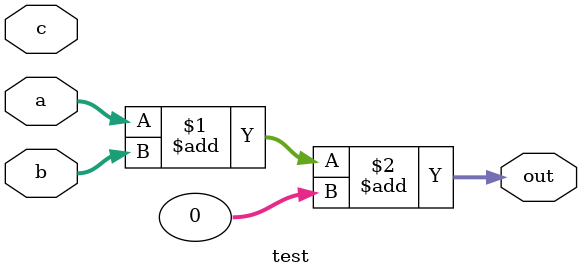
<source format=v>
`timescale 1ns / 1ps

module test(
    input  wire [7:0] a,
    input  wire [7:0] b,
    input  wire [7:0] c,
    
    output wire [31:0] out
);

assign out=a+b+0;

endmodule

</source>
